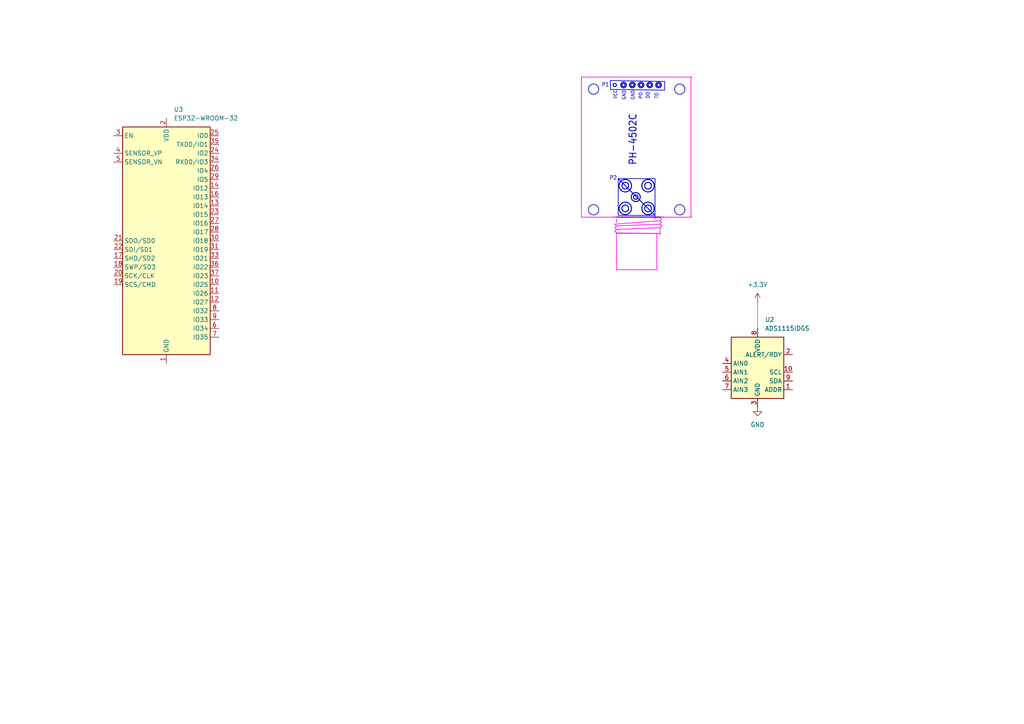
<source format=kicad_sch>
(kicad_sch (version 20250114) (generator "eeschema") (generator_version "9.0")
  (paper "A4")
  (lib_symbols
    (symbol "Analog_ADC:ADS1115IDGS"
      (property "Reference" "U" (at 2.54 13.97 0))
      (property "Value" "ADS1115IDGS" (at 7.62 11.43 0))
      (symbol "ADS1115IDGS_0_1"
        (rectangle (start -7.62 10.16) (end 7.62 -7.62) (stroke (width 0.254)) (fill (type background)))
      )
      (symbol "ADS1115IDGS_1_1"
        (pin input line (at -10.16 2.54 0) (length 2.54) (name "AIN0") (number "4"))
        (pin input line (at -10.16 0 0) (length 2.54) (name "AIN1") (number "5"))
        (pin input line (at -10.16 -2.54 0) (length 2.54) (name "AIN2") (number "6"))
        (pin input line (at -10.16 -5.08 0) (length 2.54) (name "AIN3") (number "7"))
        (pin power_in line (at 0 12.7 270) (length 2.54) (name "VDD") (number "8"))
        (pin power_in line (at 0 -10.16 90) (length 2.54) (name "GND") (number "3"))
        (pin output line (at 10.16 5.08 180) (length 2.54) (name "ALERT/RDY") (number "2"))
        (pin input line (at 10.16 0 180) (length 2.54) (name "SCL") (number "10"))
        (pin bidirectional line (at 10.16 -2.54 180) (length 2.54) (name "SDA") (number "9"))
        (pin input line (at 10.16 -5.08 180) (length 2.54) (name "ADDR") (number "1"))
      )
    )
    (symbol "RF_Module:ESP32-WROOM-32"
      (property "Reference" "U" (at -12.7 34.29 0))
      (property "Value" "ESP32-WROOM-32" (at 1.27 34.29 0))
      (symbol "ESP32-WROOM-32_0_1"
        (rectangle (start -12.7 33.02) (end 12.7 -33.02) (stroke (width 0.254)) (fill (type background)))
      )
      (symbol "ESP32-WROOM-32_1_1"
        (pin input line (at -15.24 30.48 0) (length 2.54) (name "EN") (number "3"))
        (pin input line (at -15.24 25.4 0) (length 2.54) (name "SENSOR_VP") (number "4"))
        (pin input line (at -15.24 22.86 0) (length 2.54) (name "SENSOR_VN") (number "5"))
        (pin bidirectional line (at -15.24 0 0) (length 2.54) (name "SDO/SD0") (number "21"))
        (pin bidirectional line (at -15.24 -2.54 0) (length 2.54) (name "SDI/SD1") (number "22"))
        (pin bidirectional line (at -15.24 -5.08 0) (length 2.54) (name "SHD/SD2") (number "17"))
        (pin bidirectional line (at -15.24 -7.62 0) (length 2.54) (name "SWP/SD3") (number "18"))
        (pin bidirectional line (at -15.24 -10.16 0) (length 2.54) (name "SCK/CLK") (number "20"))
        (pin bidirectional line (at -15.24 -12.7 0) (length 2.54) (name "SCS/CMD") (number "19"))
        (pin no_connect line (at -12.7 -27.94 0) (length 2.54) (hide yes) (name "NC") (number "32"))
        (pin power_in line (at 0 35.56 270) (length 2.54) (name "VDD") (number "2"))
        (pin power_in line (at 0 -35.56 90) (length 2.54) (name "GND") (number "1"))
        (pin passive line (at 0 -35.56 90) (length 2.54) (hide yes) (name "GND") (number "15"))
        (pin passive line (at 0 -35.56 90) (length 2.54) (hide yes) (name "GND") (number "38"))
        (pin passive line (at 0 -35.56 90) (length 2.54) (hide yes) (name "GND") (number "39"))
        (pin bidirectional line (at 15.24 30.48 180) (length 2.54) (name "IO0") (number "25"))
        (pin bidirectional line (at 15.24 27.94 180) (length 2.54) (name "TXD0/IO1") (number "35"))
        (pin bidirectional line (at 15.24 25.4 180) (length 2.54) (name "IO2") (number "24"))
        (pin bidirectional line (at 15.24 22.86 180) (length 2.54) (name "RXD0/IO3") (number "34"))
        (pin bidirectional line (at 15.24 20.32 180) (length 2.54) (name "IO4") (number "26"))
        (pin bidirectional line (at 15.24 17.78 180) (length 2.54) (name "IO5") (number "29"))
        (pin bidirectional line (at 15.24 15.24 180) (length 2.54) (name "IO12") (number "14"))
        (pin bidirectional line (at 15.24 12.7 180) (length 2.54) (name "IO13") (number "16"))
        (pin bidirectional line (at 15.24 10.16 180) (length 2.54) (name "IO14") (number "13"))
        (pin bidirectional line (at 15.24 7.62 180) (length 2.54) (name "IO15") (number "23"))
        (pin bidirectional line (at 15.24 5.08 180) (length 2.54) (name "IO16") (number "27"))
        (pin bidirectional line (at 15.24 2.54 180) (length 2.54) (name "IO17") (number "28"))
        (pin bidirectional line (at 15.24 0 180) (length 2.54) (name "IO18") (number "30"))
        (pin bidirectional line (at 15.24 -2.54 180) (length 2.54) (name "IO19") (number "31"))
        (pin bidirectional line (at 15.24 -5.08 180) (length 2.54) (name "IO21") (number "33"))
        (pin bidirectional line (at 15.24 -7.62 180) (length 2.54) (name "IO22") (number "36"))
        (pin bidirectional line (at 15.24 -10.16 180) (length 2.54) (name "IO23") (number "37"))
        (pin bidirectional line (at 15.24 -12.7 180) (length 2.54) (name "IO25") (number "10"))
        (pin bidirectional line (at 15.24 -15.24 180) (length 2.54) (name "IO26") (number "11"))
        (pin bidirectional line (at 15.24 -17.78 180) (length 2.54) (name "IO27") (number "12"))
        (pin bidirectional line (at 15.24 -20.32 180) (length 2.54) (name "IO32") (number "8"))
        (pin bidirectional line (at 15.24 -22.86 180) (length 2.54) (name "IO33") (number "9"))
        (pin input line (at 15.24 -25.4 180) (length 2.54) (name "IO34") (number "6"))
        (pin input line (at 15.24 -27.94 180) (length 2.54) (name "IO35") (number "7"))
      )
    )
    (symbol "power:+3.3V" (power) (pin_numbers (hide yes)) (pin_names (offset 0) (hide yes))
      (property "Value" "+3.3V" (at 0 3.556 0))
      (symbol "+3.3V_0_1"
        (polyline (pts (xy -0.762 1.27) (xy 0 2.54)))
        (polyline (pts (xy 0 2.54) (xy 0.762 1.27)))
        (polyline (pts (xy 0 0) (xy 0 2.54)))
      )
      (symbol "+3.3V_1_1"
        (pin power_in line (at 0 0 90) (length 0) (name "~") (number "1"))
      )
    )
    (symbol "power:GND" (power) (pin_numbers (hide yes)) (pin_names (offset 0) (hide yes))
      (property "Value" "GND" (at 0 -3.81 0))
      (symbol "GND_0_1"
        (polyline (pts (xy 0 0) (xy 0 -1.27) (xy 1.27 -1.27) (xy 0 -2.54) (xy -1.27 -1.27) (xy 0 -1.27)))
      )
      (symbol "GND_1_1"
        (pin power_in line (at 0 0 270) (length 0) (name "~") (number "1"))
      )
    )
  )
  (circle (center 183.388 24.638) (radius 0.8382) (stroke (width 0.2)))
  (circle (center 188.468 24.638) (radius 0.8382) (stroke (width 0.2)))
  (circle (center 185.928 24.638) (radius 0.4445) (stroke (width 0.2)))
  (circle (center 191.008 24.638) (radius 0.8382) (stroke (width 0.2)))
  (circle (center 178.308 24.638) (radius 0.4732) (stroke (width 0.2)))
  (arc (start 184.3973 57.8105) (mid 183.7375 57.152) (end 184.3973 56.4897) (stroke (width 0.2)))
  (circle (center 181.354 53.8481) (radius 1.8257) (stroke (width 0.2)))
  (circle (center 185.928 24.638) (radius 0.8382) (stroke (width 0.2)))
  (arc (start 181.3566 59.4709) (mid 182.3371 60.452) (end 181.3566 61.4252) (stroke (width 0.2)))
  (circle (center 188.468 24.638) (radius 0.4732) (stroke (width 0.2)))
  (circle (center 184.4 57.1501) (radius 1.27) (stroke (width 0.2)))
  (arc (start 184.4025 56.5151) (mid 185.0429 57.152) (end 184.4025 57.7851) (stroke (width 0.2)))
  (arc (start 181.3565 59.4981) (mid 182.3099 60.452) (end 181.3565 61.398) (stroke (width 0.2)))
  (circle (center 172.1561 25.8521) (radius 1.5) (stroke (width 0.2)))
  (circle (center 180.848 24.638) (radius 0.4445) (stroke (width 0.2)))
  (arc (start 181.3566 59.4709) (mid 182.3371 60.452) (end 181.3566 61.4252) (stroke (width 0.2)))
  (arc (start 187.9566 59.4709) (mid 188.9371 60.452) (end 187.9566 61.4252) (stroke (width 0.2)))
  (circle (center 180.848 24.638) (radius 0.8382) (stroke (width 0.2)))
  (circle (center 187.9539 53.8481) (radius 1.8258) (stroke (width 0.2)))
  (circle (center 187.9539 60.448) (radius 1.8258) (stroke (width 0.2)))
  (arc (start 187.9513 61.4252) (mid 186.9728 60.452) (end 187.9513 59.4709) (stroke (width 0.2)))
  (arc (start 187.9513 54.8252) (mid 186.9728 53.852) (end 187.9513 52.8709) (stroke (width 0.2)))
  (circle (center 188.468 24.638) (radius 0.4445) (stroke (width 0.2)))
  (circle (center 191.008 24.638) (radius 0.8382) (stroke (width 0.2)))
  (arc (start 187.9514 54.798) (mid 187 53.852) (end 187.9514 52.8981) (stroke (width 0.2)))
  (circle (center 180.848 24.638) (radius 0.4732) (stroke (width 0.2)))
  (circle (center 188.468 24.638) (radius 0.7874) (stroke (width 0.2)))
  (circle (center 187.9539 53.8481) (radius 1.775) (stroke (width 0.2)))
  (circle (center 184.4 57.1501) (radius 1.3208) (stroke (width 0.2)))
  (circle (center 172.1561 60.8521) (radius 1.5) (stroke (width 0.2)))
  (circle (center 183.388 24.638) (radius 0.7874) (stroke (width 0.2)))
  (arc (start 187.9566 59.4709) (mid 188.9371 60.452) (end 187.9566 61.4252) (stroke (width 0.2)))
  (arc (start 187.9566 52.8709) (mid 188.9371 53.852) (end 187.9566 54.8252) (stroke (width 0.2)))
  (circle (center 183.388 24.638) (radius 0.4732) (stroke (width 0.2)))
  (arc (start 181.3514 54.8252) (mid 180.3738 53.848) (end 181.3514 52.8709) (stroke (width 0.2)))
  (arc (start 181.3565 52.8981) (mid 182.3099 53.852) (end 181.3565 54.798) (stroke (width 0.2)))
  (circle (center 197.1561 25.8521) (radius 1.5) (stroke (width 0.2)))
  (arc (start 187.9513 54.8252) (mid 186.9728 53.852) (end 187.9513 52.8709) (stroke (width 0.2)))
  (arc (start 181.3514 61.4252) (mid 180.3738 60.448) (end 181.3514 59.4709) (stroke (width 0.2)))
  (circle (center 183.388 24.638) (radius 0.4732) (stroke (width 0.2)))
  (circle (center 191.008 24.638) (radius 0.4732) (stroke (width 0.2)))
  (circle (center 180.848 24.638) (radius 0.7874) (stroke (width 0.2)))
  (arc (start 184.4026 56.4897) (mid 185.0683 57.152) (end 184.4026 57.8105) (stroke (width 0.2)))
  (arc (start 187.9565 52.8981) (mid 188.9099 53.852) (end 187.9565 54.798) (stroke (width 0.2)))
  (arc (start 181.3514 61.4252) (mid 180.3738 60.448) (end 181.3514 59.4709) (stroke (width 0.2)))
  (arc (start 184.3973 57.8105) (mid 183.7375 57.152) (end 184.3973 56.4897) (stroke (width 0.2)))
  (circle (center 183.388 24.638) (radius 0.4445) (stroke (width 0.2)))
  (circle (center 187.9539 60.448) (radius 1.775) (stroke (width 0.2)))
  (circle (center 181.354 60.448) (radius 1.8257) (stroke (width 0.2)))
  (circle (center 185.928 24.638) (radius 0.7874) (stroke (width 0.2)))
  (arc (start 184.3974 57.7851) (mid 183.7629 57.152) (end 184.3974 56.5151) (stroke (width 0.2)))
  (circle (center 178.308 24.638) (radius 0.4445) (stroke (width 0.2)))
  (circle (center 197.1561 60.8521) (radius 1.5) (stroke (width 0.2)))
  (circle (center 185.928 24.638) (radius 0.4732) (stroke (width 0.2)))
  (circle (center 180.848 24.638) (radius 0.4732) (stroke (width 0.2)))
  (circle (center 187.9539 53.8481) (radius 1.8258) (stroke (width 0.2)))
  (circle (center 178.308 24.638) (radius 0.4732) (stroke (width 0.2)))
  (arc (start 187.9513 61.4252) (mid 186.9728 60.452) (end 187.9513 59.4709) (stroke (width 0.2)))
  (circle (center 191.008 24.638) (radius 0.4445) (stroke (width 0.2)))
  (arc (start 184.4026 56.4897) (mid 185.0683 57.152) (end 184.4026 57.8105) (stroke (width 0.2)))
  (arc (start 187.9514 61.398) (mid 187 60.452) (end 187.9514 59.4981) (stroke (width 0.2)))
  (circle (center 181.354 60.448) (radius 1.7749) (stroke (width 0.2)))
  (circle (center 191.008 24.638) (radius 0.7874) (stroke (width 0.2)))
  (circle (center 188.468 24.638) (radius 0.4732) (stroke (width 0.2)))
  (circle (center 185.928 24.638) (radius 0.8382) (stroke (width 0.2)))
  (circle (center 188.468 24.638) (radius 0.8382) (stroke (width 0.2)))
  (arc (start 181.3566 52.8709) (mid 182.3371 53.852) (end 181.3566 54.8252) (stroke (width 0.2)))
  (arc (start 181.3515 54.798) (mid 180.4 53.852) (end 181.3515 52.8981) (stroke (width 0.2)))
  (circle (center 180.848 24.638) (radius 0.8382) (stroke (width 0.2)))
  (arc (start 181.3566 52.8709) (mid 182.3371 53.852) (end 181.3566 54.8252) (stroke (width 0.2)))
  (circle (center 183.388 24.638) (radius 0.8382) (stroke (width 0.2)))
  (circle (center 187.9539 60.448) (radius 1.8258) (stroke (width 0.2)))
  (arc (start 181.3515 61.398) (mid 180.4 60.452) (end 181.3515 59.4981) (stroke (width 0.2)))
  (arc (start 187.9566 52.8709) (mid 188.9371 53.852) (end 187.9566 54.8252) (stroke (width 0.2)))
  (circle (center 184.4 57.1501) (radius 1.3208) (stroke (width 0.2)))
  (circle (center 181.354 53.8481) (radius 1.8257) (stroke (width 0.2)))
  (circle (center 181.354 60.448) (radius 1.8257) (stroke (width 0.2)))
  (circle (center 181.354 53.8481) (radius 1.7749) (stroke (width 0.2)))
  (arc (start 187.9565 59.4981) (mid 188.9099 60.452) (end 187.9565 61.398) (stroke (width 0.2)))
  (circle (center 191.008 24.638) (radius 0.4732) (stroke (width 0.2)))
  (arc (start 181.3514 54.8252) (mid 180.3738 53.848) (end 181.3514 52.8709) (stroke (width 0.2)))
  (circle (center 185.928 24.638) (radius 0.4732) (stroke (width 0.2)))
  (text "P1" (at 174.498 25.4 0) (effects (font (size 1.143 1.0287) (thickness 0.1428)) (justify left bottom)))
  (text "P2" (at 176.784 52.4384 0) (effects (font (size 1.143 1.0287) (thickness 0.1428)) (justify left bottom)))
  (text "TO" (at 191.0461 28.8417 90) (effects (font (size 1 0.9) (thickness 0.125)) (justify left bottom)))
  (text "PH-4502C" (at 184.7495 48.1864 90) (effects (font (size 2.032 1.8288) (thickness 0.254)) (justify left bottom)))
  (text "VCC" (at 179.07 28.956 90) (effects (font (size 1 0.9) (thickness 0.125)) (justify left bottom)))
  (text "GND" (at 181.61 29.21 90) (effects (font (size 1 0.9) (thickness 0.125)) (justify left bottom)))
  (text "PO" (at 186.436 28.956 90) (effects (font (size 1 0.9) (thickness 0.125)) (justify left bottom)))
  (text "GND" (at 184.15 29.21 90) (effects (font (size 1 0.9) (thickness 0.125)) (justify left bottom)))
  (text "DO" (at 188.5061 28.8417 90) (effects (font (size 1 0.9) (thickness 0.125)) (justify left bottom)))
  (polyline (pts (xy 178.816 64.516) (xy 178.816 63.5)) (stroke (width 0.2) (type solid) (color 255 5 232 1)))
  (polyline (pts (xy 178.308 67.056) (xy 178.816 67.564)) (stroke (width 0.2) (type solid) (color 255 5 232 1)))
  (polyline (pts (xy 178.816 65.532) (xy 178.308 65.024)) (stroke (width 0.2) (type solid) (color 255 5 232 1)))
  (polyline (pts (xy 189.9859 62.48) (xy 179.3179 62.48)) (stroke (width 0.2)))
  (polyline (pts (xy 178.308 65.024) (xy 191.389 64.008)) (stroke (width 0.2) (type solid) (color 255 5 232 1)))
  (polyline (pts (xy 168.656 62.992) (xy 200.656 62.992)) (stroke (width 0.2) (type solid) (color 255 5 232 1)))
  (polyline (pts (xy 178.816 68.072) (xy 178.816 78.232)) (stroke (width 0.2) (type solid) (color 255 5 232 1)))
  (polyline (pts (xy 190.5 67.691) (xy 190.5 78.3591)) (stroke (width 0.2) (type solid) (color 255 5 232 1)))
  (polyline (pts (xy 168.656 22.352) (xy 200.656 22.352)) (stroke (width 0.2) (type solid) (color 255 5 232 1)))
  (polyline (pts (xy 191.516 62.992) (xy 192.6591 62.992)) (stroke (width 0.2) (type solid) (color 255 5 232 1)))
  (polyline (pts (xy 192.786 23.622) (xy 177.038 23.368)) (stroke (width 0.2)))
  (polyline (pts (xy 178.816 66.548) (xy 178.308 66.04)) (stroke (width 0.2) (type solid) (color 255 5 232 1)))
  (polyline (pts (xy 191.389 66.04) (xy 191.516 68.072)) (stroke (width 0.2) (type solid) (color 255 5 232 1)))
  (polyline (pts (xy 179.3179 51.812) (xy 189.9859 62.48)) (stroke (width 0.2)))
  (polyline (pts (xy 178.816 78.232) (xy 190.246 78.232)) (stroke (width 0.2) (type solid) (color 255 5 232 1)))
  (polyline (pts (xy 178.816 67.564) (xy 178.816 67.691)) (stroke (width 0.2)))
  (polyline (pts (xy 189.9859 63.623) (xy 189.9859 62.48)) (stroke (width 0.2) (type solid) (color 255 5 232 1)))
  (polyline (pts (xy 189.9859 62.48) (xy 179.3179 51.812)) (stroke (width 0.2)))
  (polyline (pts (xy 192.6591 62.992) (xy 177.673 62.992)) (stroke (width 0.2) (type solid) (color 255 5 232 1)))
  (polyline (pts (xy 191.389 62.992) (xy 178.816 62.992)) (stroke (width 0.2)))
  (wire (pts (xy 219.71 87.63) (xy 219.71 95.25)))
  (polyline (pts (xy 192.786 23.622) (xy 192.786 26.162)) (stroke (width 0.2)))
  (polyline (pts (xy 191.897 63.5) (xy 191.389 62.992)) (stroke (width 0.2) (type solid) (color 255 5 232 1)))
  (polyline (pts (xy 178.816 65.532) (xy 191.389 65.024)) (stroke (width 0.2) (type solid) (color 255 5 232 1)))
  (polyline (pts (xy 179.3179 62.48) (xy 179.3179 51.812)) (stroke (width 0.2)))
  (polyline (pts (xy 177.673 62.992) (xy 191.516 62.992)) (stroke (width 0.2) (type solid) (color 255 5 232 1)))
  (polyline (pts (xy 188.976 62.992) (xy 191.516 62.992)) (stroke (width 0.2)))
  (polyline (pts (xy 191.389 64.008) (xy 191.897 63.5)) (stroke (width 0.2) (type solid) (color 255 5 232 1)))
  (polyline (pts (xy 191.897 65.532) (xy 191.389 66.04)) (stroke (width 0.2) (type solid) (color 255 5 232 1)))
  (polyline (pts (xy 191.389 66.04) (xy 178.816 66.548)) (stroke (width 0.2) (type solid) (color 255 5 232 1)))
  (polyline (pts (xy 178.816 67.691) (xy 191.389 67.691)) (stroke (width 0.2) (type solid) (color 255 5 232 1)))
  (polyline (pts (xy 177.038 23.368) (xy 177.038 25.908)) (stroke (width 0.2)))
  (polyline (pts (xy 178.308 66.04) (xy 178.816 65.532)) (stroke (width 0.2) (type solid) (color 255 5 232 1)))
  (polyline (pts (xy 191.389 65.024) (xy 191.897 64.516)) (stroke (width 0.2) (type solid) (color 255 5 232 1)))
  (polyline (pts (xy 178.816 66.548) (xy 178.308 67.056)) (stroke (width 0.2) (type solid) (color 255 5 232 1)))
  (polyline (pts (xy 168.656 62.992) (xy 168.656 22.352)) (stroke (width 0.2) (type solid) (color 255 5 232 1)))
  (polyline (pts (xy 200.406 62.992) (xy 200.406 22.352)) (stroke (width 0.2) (type solid) (color 255 5 232 1)))
  (polyline (pts (xy 179.3179 51.812) (xy 189.9859 51.812)) (stroke (width 0.2)))
  (polyline (pts (xy 177.038 25.908) (xy 192.786 26.162)) (stroke (width 0.2)))
  (polyline (pts (xy 191.389 67.691) (xy 178.816 67.564)) (stroke (width 0.2) (type solid) (color 255 5 232 1)))
  (polyline (pts (xy 189.9859 51.812) (xy 189.9859 62.48)) (stroke (width 0.2)))
  (polyline (pts (xy 191.389 65.024) (xy 191.897 65.532)) (stroke (width 0.2) (type solid) (color 255 5 232 1)))
  (polyline (pts (xy 191.897 64.516) (xy 191.389 64.008)) (stroke (width 0.2) (type solid) (color 255 5 232 1)))
  (symbol (lib_id "RF_Module:ESP32-WROOM-32") (at 48.26 69.85 0) (unit 1)
    (property "Reference" "U3" (at 50.4033 31.75 0) (effects (justify left)))
    (property "Value" "ESP32-WROOM-32" (at 50.4033 34.29 0) (effects (justify left)))
    (property "Footprint" "RF_Module:ESP32-WROOM-32" (effects (hide yes)))
    (property "Datasheet" "https://www.espressif.com/sites/default/files/documentation/esp32-wroom-32_datasheet_en.pdf" (effects (hide yes)))
    (property "Description" "RF Module, ESP32-D0WDQ6 SoC, Wi-Fi 802.11b/g/n, Bluetooth, BLE, 32-bit, 2.7-3.6V, onboard antenna, SMD" (effects (hide yes)))
  )
  (symbol (lib_id "power:+3.3V") (at 219.71 87.63 0) (unit 1)
    (property "Reference" "#PWR01" (effects (hide yes)))
    (property "Value" "+3.3V" (at 219.71 82.55 0))
    (property "Description" "Power symbol creates a global label with name \"+3.3V\"" (effects (hide yes)))
  )
  (symbol (lib_id "power:GND") (at 219.71 118.11 0) (unit 1)
    (property "Reference" "#PWR02" (effects (hide yes)))
    (property "Value" "GND" (at 219.71 123.19 0))
    (property "Description" "Power symbol creates a global label with name \"GND\" , ground" (effects (hide yes)))
  )
  (symbol (lib_id "Analog_ADC:ADS1115IDGS") (at 219.71 107.95 0) (unit 1)
    (property "Reference" "U2" (at 221.8533 92.71 0) (effects (justify left)))
    (property "Value" "ADS1115IDGS" (at 221.8533 95.25 0) (effects (justify left)))
    (property "Footprint" "Package_SO:TSSOP-10_3x3mm_P0.5mm" (effects (hide yes)))
    (property "Datasheet" "http://www.ti.com/lit/ds/symlink/ads1113.pdf" (effects (hide yes)))
    (property "Description" "Ultra-Small, Low-Power, I2C-Compatible, 860-SPS, 16-Bit ADCs With Internal Reference, Oscillator, and Programmable Comparator, VSSOP-10" (effects (hide yes)))
  )
)
</source>
